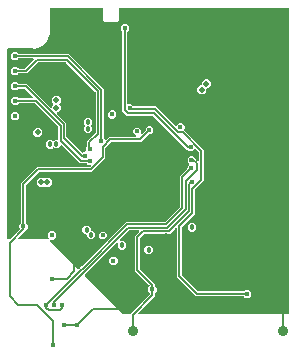
<source format=gbr>
G04 EAGLE Gerber RS-274X export*
G75*
%MOMM*%
%FSLAX34Y34*%
%LPD*%
%INCopper Layer 2*%
%IPPOS*%
%AMOC8*
5,1,8,0,0,1.08239X$1,22.5*%
G01*
%ADD10C,0.900000*%
%ADD11C,0.403200*%
%ADD12C,0.457200*%
%ADD13C,0.503200*%
%ADD14C,0.453200*%
%ADD15C,0.152400*%

G36*
X240844Y30992D02*
X240844Y30992D01*
X240864Y30990D01*
X240966Y31012D01*
X241068Y31029D01*
X241085Y31038D01*
X241105Y31042D01*
X241194Y31095D01*
X241285Y31144D01*
X241299Y31158D01*
X241316Y31168D01*
X241383Y31247D01*
X241454Y31322D01*
X241463Y31340D01*
X241476Y31355D01*
X241514Y31451D01*
X241558Y31545D01*
X241560Y31565D01*
X241568Y31583D01*
X241586Y31750D01*
X241586Y289231D01*
X241583Y289251D01*
X241585Y289270D01*
X241563Y289372D01*
X241546Y289474D01*
X241537Y289491D01*
X241533Y289511D01*
X241480Y289600D01*
X241431Y289691D01*
X241417Y289705D01*
X241407Y289722D01*
X241328Y289789D01*
X241253Y289860D01*
X241235Y289869D01*
X241220Y289882D01*
X241123Y289921D01*
X241030Y289964D01*
X241010Y289966D01*
X240992Y289974D01*
X240825Y289992D01*
X98141Y289992D01*
X98121Y289989D01*
X98101Y289991D01*
X98000Y289969D01*
X97898Y289952D01*
X97880Y289943D01*
X97861Y289939D01*
X97772Y289886D01*
X97680Y289837D01*
X97667Y289823D01*
X97650Y289813D01*
X97582Y289734D01*
X97511Y289659D01*
X97503Y289641D01*
X97490Y289626D01*
X97451Y289530D01*
X97407Y289436D01*
X97405Y289416D01*
X97398Y289398D01*
X97379Y289231D01*
X97379Y279883D01*
X96219Y278722D01*
X85037Y278722D01*
X83876Y279883D01*
X83876Y289231D01*
X83873Y289251D01*
X83875Y289270D01*
X83853Y289372D01*
X83836Y289474D01*
X83827Y289491D01*
X83823Y289511D01*
X83769Y289600D01*
X83721Y289691D01*
X83707Y289705D01*
X83696Y289722D01*
X83618Y289789D01*
X83543Y289860D01*
X83525Y289869D01*
X83510Y289882D01*
X83413Y289921D01*
X83320Y289964D01*
X83300Y289966D01*
X83281Y289974D01*
X83115Y289992D01*
X39411Y289992D01*
X39391Y289989D01*
X39371Y289991D01*
X39270Y289969D01*
X39168Y289952D01*
X39150Y289943D01*
X39131Y289939D01*
X39042Y289886D01*
X38950Y289837D01*
X38937Y289823D01*
X38920Y289813D01*
X38852Y289734D01*
X38781Y289659D01*
X38773Y289641D01*
X38760Y289626D01*
X38721Y289530D01*
X38677Y289436D01*
X38675Y289416D01*
X38668Y289398D01*
X38649Y289231D01*
X38649Y271038D01*
X38652Y271025D01*
X38650Y271003D01*
X38791Y268027D01*
X36595Y262351D01*
X32291Y258047D01*
X26614Y255851D01*
X23639Y255991D01*
X23625Y255990D01*
X23603Y255992D01*
X3411Y255992D01*
X3391Y255989D01*
X3371Y255991D01*
X3270Y255969D01*
X3168Y255952D01*
X3150Y255943D01*
X3131Y255939D01*
X3042Y255886D01*
X2950Y255837D01*
X2937Y255823D01*
X2920Y255813D01*
X2852Y255734D01*
X2781Y255659D01*
X2773Y255641D01*
X2760Y255626D01*
X2721Y255530D01*
X2677Y255436D01*
X2675Y255416D01*
X2668Y255398D01*
X2649Y255231D01*
X2649Y95250D01*
X2653Y95230D01*
X2650Y95211D01*
X2672Y95109D01*
X2689Y95007D01*
X2698Y94990D01*
X2703Y94970D01*
X2756Y94881D01*
X2804Y94790D01*
X2819Y94776D01*
X2829Y94759D01*
X2908Y94692D01*
X2983Y94621D01*
X3001Y94612D01*
X3016Y94599D01*
X3112Y94560D01*
X3206Y94517D01*
X3225Y94515D01*
X3244Y94507D01*
X3411Y94489D01*
X4667Y94489D01*
X4757Y94504D01*
X4848Y94511D01*
X4878Y94523D01*
X4910Y94529D01*
X4990Y94571D01*
X5074Y94607D01*
X5106Y94633D01*
X5127Y94644D01*
X5149Y94667D01*
X5205Y94712D01*
X13168Y102674D01*
X13179Y102690D01*
X13195Y102703D01*
X13251Y102790D01*
X13311Y102874D01*
X13317Y102893D01*
X13328Y102910D01*
X13353Y103010D01*
X13384Y103109D01*
X13383Y103129D01*
X13388Y103148D01*
X13380Y103251D01*
X13377Y103355D01*
X13370Y103374D01*
X13369Y103393D01*
X13328Y103488D01*
X13293Y103586D01*
X13280Y103601D01*
X13272Y103620D01*
X13168Y103751D01*
X12973Y103945D01*
X12973Y106875D01*
X14254Y108156D01*
X14307Y108230D01*
X14367Y108299D01*
X14379Y108329D01*
X14398Y108356D01*
X14425Y108443D01*
X14459Y108528D01*
X14463Y108568D01*
X14470Y108591D01*
X14469Y108623D01*
X14477Y108694D01*
X14477Y141812D01*
X28368Y155703D01*
X72503Y155703D01*
X72593Y155717D01*
X72684Y155725D01*
X72714Y155737D01*
X72745Y155742D01*
X72826Y155785D01*
X72910Y155821D01*
X72942Y155847D01*
X72963Y155858D01*
X72985Y155881D01*
X73041Y155926D01*
X73311Y156196D01*
X73353Y156254D01*
X73402Y156306D01*
X73424Y156353D01*
X73455Y156395D01*
X73476Y156464D01*
X73506Y156529D01*
X73512Y156581D01*
X73527Y156631D01*
X73525Y156702D01*
X73533Y156773D01*
X73522Y156824D01*
X73521Y156876D01*
X73496Y156944D01*
X73481Y157014D01*
X73454Y157059D01*
X73436Y157107D01*
X73391Y157163D01*
X73355Y157225D01*
X73315Y157259D01*
X73282Y157299D01*
X73222Y157338D01*
X73168Y157385D01*
X73119Y157404D01*
X73076Y157432D01*
X73006Y157450D01*
X72939Y157477D01*
X72868Y157485D01*
X72837Y157493D01*
X72814Y157491D01*
X72773Y157495D01*
X71283Y157495D01*
X70252Y158526D01*
X70178Y158579D01*
X70108Y158639D01*
X70078Y158651D01*
X70052Y158670D01*
X69965Y158697D01*
X69880Y158731D01*
X69839Y158735D01*
X69817Y158742D01*
X69785Y158741D01*
X69713Y158749D01*
X64436Y158749D01*
X49306Y173879D01*
X49248Y173921D01*
X49196Y173970D01*
X49149Y173992D01*
X49107Y174023D01*
X49038Y174044D01*
X48973Y174074D01*
X48921Y174080D01*
X48871Y174095D01*
X48800Y174093D01*
X48729Y174101D01*
X48678Y174090D01*
X48626Y174089D01*
X48558Y174064D01*
X48488Y174049D01*
X48443Y174022D01*
X48395Y174004D01*
X48339Y173959D01*
X48277Y173923D01*
X48243Y173883D01*
X48203Y173850D01*
X48164Y173790D01*
X48117Y173736D01*
X48098Y173687D01*
X48070Y173643D01*
X48052Y173574D01*
X48025Y173507D01*
X48017Y173436D01*
X48011Y173410D01*
X45923Y171322D01*
X42977Y171322D01*
X42258Y172041D01*
X42242Y172053D01*
X42229Y172068D01*
X42142Y172124D01*
X42058Y172185D01*
X42039Y172191D01*
X42022Y172201D01*
X41922Y172227D01*
X41823Y172257D01*
X41803Y172257D01*
X41784Y172261D01*
X41681Y172253D01*
X41577Y172251D01*
X41558Y172244D01*
X41539Y172242D01*
X41444Y172202D01*
X41346Y172166D01*
X41330Y172154D01*
X41312Y172146D01*
X41181Y172041D01*
X40335Y171195D01*
X37389Y171195D01*
X35305Y173279D01*
X35305Y176225D01*
X37389Y178309D01*
X40335Y178309D01*
X41054Y177590D01*
X41070Y177578D01*
X41083Y177563D01*
X41170Y177506D01*
X41254Y177446D01*
X41273Y177440D01*
X41290Y177430D01*
X41390Y177404D01*
X41489Y177374D01*
X41509Y177374D01*
X41528Y177370D01*
X41631Y177378D01*
X41735Y177380D01*
X41754Y177387D01*
X41774Y177389D01*
X41868Y177429D01*
X41966Y177465D01*
X41982Y177477D01*
X42000Y177485D01*
X42131Y177590D01*
X42977Y178436D01*
X45212Y178436D01*
X45232Y178439D01*
X45251Y178437D01*
X45353Y178459D01*
X45455Y178475D01*
X45472Y178485D01*
X45492Y178489D01*
X45581Y178542D01*
X45672Y178591D01*
X45686Y178605D01*
X45703Y178615D01*
X45770Y178694D01*
X45842Y178769D01*
X45850Y178787D01*
X45863Y178802D01*
X45902Y178898D01*
X45945Y178992D01*
X45947Y179012D01*
X45955Y179030D01*
X45973Y179197D01*
X45973Y189455D01*
X45959Y189545D01*
X45951Y189636D01*
X45939Y189666D01*
X45934Y189698D01*
X45891Y189779D01*
X45855Y189863D01*
X45829Y189895D01*
X45818Y189915D01*
X45795Y189938D01*
X45750Y189994D01*
X26207Y209537D01*
X26133Y209590D01*
X26063Y209650D01*
X26033Y209662D01*
X26007Y209681D01*
X25920Y209708D01*
X25835Y209742D01*
X25794Y209746D01*
X25772Y209753D01*
X25740Y209752D01*
X25668Y209760D01*
X13006Y209760D01*
X12916Y209746D01*
X12825Y209738D01*
X12795Y209726D01*
X12763Y209721D01*
X12683Y209678D01*
X12599Y209642D01*
X12567Y209616D01*
X12546Y209605D01*
X12524Y209582D01*
X12468Y209537D01*
X11187Y208256D01*
X8257Y208256D01*
X6185Y210328D01*
X6185Y213258D01*
X8257Y215330D01*
X11187Y215330D01*
X12468Y214049D01*
X12542Y213996D01*
X12611Y213936D01*
X12641Y213924D01*
X12668Y213905D01*
X12755Y213878D01*
X12839Y213844D01*
X12880Y213840D01*
X12903Y213833D01*
X12935Y213834D01*
X13006Y213826D01*
X24032Y213826D01*
X24102Y213837D01*
X24174Y213839D01*
X24223Y213857D01*
X24274Y213865D01*
X24338Y213899D01*
X24405Y213924D01*
X24446Y213956D01*
X24492Y213981D01*
X24541Y214032D01*
X24597Y214077D01*
X24625Y214121D01*
X24661Y214159D01*
X24691Y214224D01*
X24730Y214284D01*
X24743Y214335D01*
X24765Y214382D01*
X24773Y214453D01*
X24790Y214523D01*
X24786Y214575D01*
X24792Y214626D01*
X24777Y214697D01*
X24771Y214768D01*
X24751Y214816D01*
X24740Y214867D01*
X24703Y214928D01*
X24675Y214994D01*
X24630Y215050D01*
X24614Y215078D01*
X24596Y215093D01*
X24570Y215125D01*
X17813Y221883D01*
X17739Y221936D01*
X17669Y221995D01*
X17639Y222007D01*
X17613Y222026D01*
X17526Y222053D01*
X17441Y222087D01*
X17400Y222092D01*
X17378Y222098D01*
X17346Y222098D01*
X17274Y222105D01*
X12582Y222105D01*
X12492Y222091D01*
X12401Y222084D01*
X12371Y222071D01*
X12339Y222066D01*
X12259Y222023D01*
X12175Y221987D01*
X12143Y221962D01*
X12122Y221951D01*
X12100Y221927D01*
X12044Y221883D01*
X10763Y220601D01*
X7833Y220601D01*
X5761Y222673D01*
X5761Y225603D01*
X7833Y227675D01*
X10763Y227675D01*
X12044Y226394D01*
X12118Y226341D01*
X12187Y226281D01*
X12217Y226269D01*
X12244Y226250D01*
X12331Y226224D01*
X12415Y226189D01*
X12456Y226185D01*
X12479Y226178D01*
X12511Y226179D01*
X12582Y226171D01*
X19274Y226171D01*
X20687Y224757D01*
X39364Y206081D01*
X39422Y206039D01*
X39474Y205990D01*
X39521Y205968D01*
X39563Y205937D01*
X39632Y205916D01*
X39697Y205886D01*
X39749Y205880D01*
X39799Y205865D01*
X39870Y205867D01*
X39941Y205859D01*
X39992Y205870D01*
X40044Y205871D01*
X40112Y205896D01*
X40182Y205911D01*
X40226Y205938D01*
X40275Y205956D01*
X40331Y206001D01*
X40393Y206037D01*
X40427Y206077D01*
X40467Y206110D01*
X40506Y206170D01*
X40553Y206224D01*
X40572Y206273D01*
X40600Y206317D01*
X40618Y206386D01*
X40645Y206453D01*
X40653Y206524D01*
X40661Y206555D01*
X40659Y206578D01*
X40663Y206619D01*
X40663Y207309D01*
X41731Y208377D01*
X41743Y208393D01*
X41759Y208405D01*
X41815Y208493D01*
X41875Y208576D01*
X41881Y208595D01*
X41892Y208612D01*
X41917Y208713D01*
X41947Y208812D01*
X41947Y208831D01*
X41952Y208851D01*
X41944Y208954D01*
X41941Y209057D01*
X41934Y209076D01*
X41933Y209096D01*
X41892Y209191D01*
X41857Y209288D01*
X41844Y209304D01*
X41836Y209322D01*
X41731Y209453D01*
X40663Y210521D01*
X40663Y213659D01*
X42881Y215877D01*
X46019Y215877D01*
X48237Y213659D01*
X48237Y210521D01*
X47169Y209453D01*
X47157Y209437D01*
X47141Y209425D01*
X47085Y209337D01*
X47025Y209254D01*
X47019Y209235D01*
X47008Y209218D01*
X46983Y209117D01*
X46953Y209018D01*
X46953Y208999D01*
X46948Y208979D01*
X46956Y208876D01*
X46959Y208773D01*
X46966Y208754D01*
X46967Y208734D01*
X47008Y208639D01*
X47043Y208542D01*
X47056Y208526D01*
X47064Y208508D01*
X47169Y208377D01*
X48237Y207309D01*
X48237Y204171D01*
X46019Y201953D01*
X45329Y201953D01*
X45259Y201942D01*
X45187Y201940D01*
X45138Y201922D01*
X45087Y201914D01*
X45023Y201880D01*
X44956Y201855D01*
X44915Y201823D01*
X44869Y201798D01*
X44820Y201747D01*
X44764Y201702D01*
X44736Y201658D01*
X44700Y201620D01*
X44670Y201555D01*
X44631Y201495D01*
X44618Y201444D01*
X44596Y201397D01*
X44588Y201326D01*
X44571Y201256D01*
X44575Y201204D01*
X44569Y201153D01*
X44584Y201082D01*
X44590Y201011D01*
X44610Y200963D01*
X44621Y200912D01*
X44658Y200851D01*
X44686Y200785D01*
X44731Y200729D01*
X44747Y200701D01*
X44765Y200686D01*
X44791Y200654D01*
X51419Y194026D01*
X52833Y192612D01*
X52833Y181497D01*
X52847Y181407D01*
X52855Y181316D01*
X52867Y181287D01*
X52872Y181255D01*
X52915Y181174D01*
X52951Y181090D01*
X52977Y181058D01*
X52988Y181037D01*
X53011Y181015D01*
X53056Y180959D01*
X65885Y168130D01*
X65901Y168118D01*
X65914Y168103D01*
X66001Y168046D01*
X66085Y167986D01*
X66104Y167980D01*
X66121Y167970D01*
X66221Y167944D01*
X66320Y167914D01*
X66340Y167914D01*
X66359Y167909D01*
X66462Y167917D01*
X66566Y167920D01*
X66584Y167927D01*
X66604Y167929D01*
X66699Y167969D01*
X66797Y168005D01*
X66812Y168017D01*
X66831Y168025D01*
X66962Y168130D01*
X67473Y168641D01*
X68469Y168641D01*
X68489Y168644D01*
X68508Y168642D01*
X68610Y168664D01*
X68712Y168680D01*
X68729Y168690D01*
X68749Y168694D01*
X68838Y168747D01*
X68929Y168796D01*
X68943Y168810D01*
X68960Y168820D01*
X69027Y168899D01*
X69099Y168974D01*
X69107Y168992D01*
X69120Y169007D01*
X69159Y169103D01*
X69202Y169197D01*
X69204Y169217D01*
X69212Y169235D01*
X69230Y169402D01*
X69230Y172176D01*
X70134Y173080D01*
X70187Y173154D01*
X70247Y173224D01*
X70259Y173254D01*
X70278Y173280D01*
X70305Y173367D01*
X70339Y173452D01*
X70343Y173493D01*
X70350Y173515D01*
X70349Y173547D01*
X70357Y173619D01*
X70357Y177372D01*
X77500Y184515D01*
X77553Y184589D01*
X77613Y184658D01*
X77625Y184689D01*
X77644Y184715D01*
X77671Y184802D01*
X77705Y184887D01*
X77709Y184928D01*
X77716Y184950D01*
X77715Y184982D01*
X77723Y185053D01*
X77723Y218665D01*
X77709Y218755D01*
X77701Y218846D01*
X77689Y218876D01*
X77684Y218908D01*
X77641Y218989D01*
X77605Y219073D01*
X77579Y219105D01*
X77568Y219125D01*
X77545Y219148D01*
X77500Y219204D01*
X52725Y243979D01*
X52651Y244032D01*
X52582Y244091D01*
X52552Y244103D01*
X52526Y244122D01*
X52439Y244149D01*
X52354Y244183D01*
X52313Y244188D01*
X52290Y244194D01*
X52258Y244194D01*
X52187Y244202D01*
X28952Y244202D01*
X28862Y244187D01*
X28771Y244180D01*
X28741Y244167D01*
X28709Y244162D01*
X28628Y244119D01*
X28544Y244083D01*
X28512Y244058D01*
X28491Y244047D01*
X28469Y244023D01*
X28413Y243979D01*
X19397Y234963D01*
X12607Y234963D01*
X12517Y234948D01*
X12426Y234941D01*
X12397Y234928D01*
X12365Y234923D01*
X12284Y234880D01*
X12200Y234845D01*
X12168Y234819D01*
X12147Y234808D01*
X12125Y234785D01*
X12069Y234740D01*
X10788Y233459D01*
X7858Y233459D01*
X5786Y235530D01*
X5786Y238460D01*
X7858Y240532D01*
X10788Y240532D01*
X12069Y239251D01*
X12143Y239198D01*
X12213Y239139D01*
X12243Y239126D01*
X12269Y239108D01*
X12356Y239081D01*
X12441Y239047D01*
X12482Y239042D01*
X12504Y239035D01*
X12536Y239036D01*
X12607Y239028D01*
X17398Y239028D01*
X17488Y239043D01*
X17579Y239050D01*
X17609Y239063D01*
X17641Y239068D01*
X17722Y239111D01*
X17805Y239146D01*
X17838Y239172D01*
X17858Y239183D01*
X17880Y239206D01*
X17936Y239251D01*
X24971Y246285D01*
X25013Y246344D01*
X25062Y246396D01*
X25084Y246443D01*
X25114Y246485D01*
X25135Y246554D01*
X25166Y246619D01*
X25171Y246670D01*
X25187Y246720D01*
X25185Y246792D01*
X25193Y246863D01*
X25182Y246914D01*
X25180Y246966D01*
X25156Y247033D01*
X25140Y247103D01*
X25114Y247148D01*
X25096Y247197D01*
X25051Y247253D01*
X25014Y247315D01*
X24975Y247348D01*
X24942Y247389D01*
X24882Y247428D01*
X24827Y247475D01*
X24779Y247494D01*
X24735Y247522D01*
X24666Y247540D01*
X24599Y247566D01*
X24528Y247574D01*
X24497Y247582D01*
X24473Y247580D01*
X24432Y247585D01*
X12528Y247585D01*
X12438Y247570D01*
X12347Y247563D01*
X12318Y247550D01*
X12286Y247545D01*
X12205Y247502D01*
X12121Y247467D01*
X12089Y247441D01*
X12068Y247430D01*
X12046Y247407D01*
X11990Y247362D01*
X10709Y246081D01*
X7779Y246081D01*
X5707Y248153D01*
X5707Y251083D01*
X7779Y253154D01*
X10709Y253154D01*
X11990Y251873D01*
X12064Y251820D01*
X12134Y251761D01*
X12164Y251749D01*
X12190Y251730D01*
X12277Y251703D01*
X12362Y251669D01*
X12403Y251664D01*
X12425Y251657D01*
X12457Y251658D01*
X12528Y251650D01*
X54754Y251650D01*
X84583Y221822D01*
X84583Y180350D01*
X84597Y180260D01*
X84605Y180169D01*
X84617Y180139D01*
X84622Y180107D01*
X84665Y180026D01*
X84701Y179942D01*
X84727Y179910D01*
X84738Y179890D01*
X84761Y179867D01*
X84806Y179811D01*
X85329Y179288D01*
X85329Y178941D01*
X85340Y178871D01*
X85342Y178799D01*
X85360Y178750D01*
X85368Y178699D01*
X85402Y178635D01*
X85427Y178568D01*
X85459Y178527D01*
X85484Y178481D01*
X85536Y178432D01*
X85580Y178376D01*
X85624Y178348D01*
X85662Y178312D01*
X85727Y178282D01*
X85787Y178243D01*
X85838Y178230D01*
X85885Y178208D01*
X85956Y178200D01*
X86026Y178183D01*
X86078Y178187D01*
X86129Y178181D01*
X86200Y178196D01*
X86271Y178202D01*
X86319Y178222D01*
X86370Y178233D01*
X86431Y178270D01*
X86497Y178298D01*
X86553Y178343D01*
X86581Y178359D01*
X86596Y178377D01*
X86628Y178403D01*
X87914Y179689D01*
X89328Y181103D01*
X110988Y181103D01*
X111059Y181114D01*
X111131Y181116D01*
X111180Y181134D01*
X111231Y181142D01*
X111294Y181176D01*
X111362Y181201D01*
X111402Y181233D01*
X111448Y181258D01*
X111498Y181310D01*
X111554Y181354D01*
X111582Y181398D01*
X111618Y181436D01*
X111648Y181501D01*
X111687Y181561D01*
X111700Y181612D01*
X111721Y181659D01*
X111729Y181730D01*
X111747Y181800D01*
X111743Y181852D01*
X111749Y181903D01*
X111733Y181974D01*
X111728Y182045D01*
X111707Y182093D01*
X111696Y182144D01*
X111659Y182205D01*
X111631Y182271D01*
X111587Y182327D01*
X111570Y182355D01*
X111552Y182370D01*
X111527Y182402D01*
X109489Y184440D01*
X109489Y187162D01*
X111415Y189088D01*
X114137Y189088D01*
X116063Y187162D01*
X116063Y184275D01*
X116074Y184205D01*
X116076Y184133D01*
X116094Y184084D01*
X116102Y184033D01*
X116136Y183969D01*
X116161Y183902D01*
X116193Y183861D01*
X116218Y183815D01*
X116270Y183766D01*
X116314Y183710D01*
X116358Y183682D01*
X116396Y183646D01*
X116461Y183616D01*
X116521Y183577D01*
X116572Y183564D01*
X116619Y183542D01*
X116690Y183534D01*
X116760Y183517D01*
X116812Y183521D01*
X116863Y183515D01*
X116934Y183530D01*
X117005Y183536D01*
X117053Y183556D01*
X117104Y183567D01*
X117165Y183604D01*
X117231Y183632D01*
X117287Y183677D01*
X117315Y183693D01*
X117330Y183711D01*
X117362Y183737D01*
X119680Y186055D01*
X119733Y186129D01*
X119793Y186198D01*
X119805Y186229D01*
X119824Y186255D01*
X119851Y186342D01*
X119885Y186427D01*
X119889Y186468D01*
X119896Y186490D01*
X119895Y186522D01*
X119903Y186593D01*
X119903Y188051D01*
X121829Y189977D01*
X124551Y189977D01*
X126477Y188051D01*
X126477Y185329D01*
X124551Y183403D01*
X123093Y183403D01*
X123003Y183389D01*
X122912Y183381D01*
X122883Y183369D01*
X122851Y183364D01*
X122770Y183321D01*
X122686Y183285D01*
X122654Y183259D01*
X122633Y183248D01*
X122611Y183225D01*
X122555Y183180D01*
X116412Y177037D01*
X91327Y177037D01*
X91237Y177023D01*
X91146Y177015D01*
X91117Y177003D01*
X91085Y176998D01*
X91004Y176955D01*
X90920Y176919D01*
X90888Y176893D01*
X90867Y176882D01*
X90845Y176859D01*
X90789Y176814D01*
X86076Y172101D01*
X86023Y172027D01*
X85963Y171958D01*
X85951Y171927D01*
X85932Y171901D01*
X85905Y171814D01*
X85871Y171729D01*
X85867Y171688D01*
X85860Y171666D01*
X85861Y171634D01*
X85853Y171563D01*
X85853Y162988D01*
X74502Y151637D01*
X30367Y151637D01*
X30277Y151623D01*
X30186Y151615D01*
X30157Y151603D01*
X30125Y151598D01*
X30044Y151555D01*
X29960Y151519D01*
X29928Y151493D01*
X29907Y151482D01*
X29885Y151459D01*
X29829Y151414D01*
X18766Y140351D01*
X18718Y140285D01*
X18709Y140276D01*
X18707Y140270D01*
X18653Y140208D01*
X18641Y140177D01*
X18622Y140151D01*
X18595Y140064D01*
X18561Y139979D01*
X18557Y139938D01*
X18550Y139916D01*
X18551Y139884D01*
X18543Y139813D01*
X18543Y108694D01*
X18557Y108604D01*
X18565Y108513D01*
X18577Y108483D01*
X18582Y108452D01*
X18625Y108371D01*
X18661Y108287D01*
X18687Y108255D01*
X18698Y108234D01*
X18721Y108212D01*
X18766Y108156D01*
X20047Y106875D01*
X20047Y103945D01*
X18766Y102664D01*
X18713Y102590D01*
X18653Y102521D01*
X18641Y102491D01*
X18622Y102464D01*
X18595Y102377D01*
X18579Y102335D01*
X17129Y100886D01*
X12031Y95788D01*
X11989Y95730D01*
X11940Y95678D01*
X11918Y95631D01*
X11888Y95589D01*
X11867Y95520D01*
X11836Y95455D01*
X11831Y95403D01*
X11815Y95353D01*
X11817Y95282D01*
X11809Y95211D01*
X11820Y95160D01*
X11822Y95108D01*
X11846Y95040D01*
X11862Y94970D01*
X11888Y94926D01*
X11906Y94877D01*
X11951Y94821D01*
X11988Y94759D01*
X12027Y94725D01*
X12060Y94685D01*
X12120Y94646D01*
X12175Y94599D01*
X12223Y94580D01*
X12267Y94552D01*
X12336Y94534D01*
X12403Y94507D01*
X12474Y94499D01*
X12505Y94491D01*
X12529Y94493D01*
X12570Y94489D01*
X37102Y94489D01*
X37172Y94500D01*
X37244Y94502D01*
X37293Y94520D01*
X37344Y94529D01*
X37408Y94562D01*
X37475Y94587D01*
X37516Y94619D01*
X37562Y94644D01*
X37611Y94696D01*
X37667Y94740D01*
X37695Y94784D01*
X37731Y94822D01*
X37761Y94887D01*
X37800Y94947D01*
X37813Y94998D01*
X37835Y95045D01*
X37843Y95116D01*
X37860Y95186D01*
X37856Y95238D01*
X37862Y95289D01*
X37847Y95360D01*
X37841Y95431D01*
X37821Y95479D01*
X37810Y95530D01*
X37773Y95591D01*
X37745Y95657D01*
X37700Y95713D01*
X37684Y95741D01*
X37666Y95756D01*
X37640Y95788D01*
X37103Y96325D01*
X37103Y99255D01*
X39175Y101327D01*
X42105Y101327D01*
X44177Y99255D01*
X44177Y96325D01*
X42105Y94253D01*
X39858Y94253D01*
X39787Y94242D01*
X39716Y94240D01*
X39667Y94222D01*
X39615Y94214D01*
X39552Y94180D01*
X39485Y94155D01*
X39444Y94123D01*
X39398Y94098D01*
X39349Y94047D01*
X39293Y94002D01*
X39264Y93958D01*
X39228Y93920D01*
X39198Y93855D01*
X39160Y93795D01*
X39147Y93744D01*
X39125Y93697D01*
X39117Y93626D01*
X39099Y93556D01*
X39104Y93504D01*
X39098Y93453D01*
X39113Y93382D01*
X39119Y93311D01*
X39139Y93263D01*
X39150Y93212D01*
X39187Y93151D01*
X39215Y93085D01*
X39260Y93029D01*
X39276Y93001D01*
X39294Y92986D01*
X39320Y92954D01*
X62701Y69573D01*
X62717Y69561D01*
X62729Y69546D01*
X62817Y69490D01*
X62900Y69429D01*
X62919Y69423D01*
X62936Y69413D01*
X63036Y69387D01*
X63135Y69357D01*
X63155Y69357D01*
X63175Y69353D01*
X63278Y69361D01*
X63381Y69363D01*
X63400Y69370D01*
X63420Y69372D01*
X63515Y69412D01*
X63612Y69448D01*
X63628Y69460D01*
X63646Y69468D01*
X63777Y69573D01*
X64185Y69981D01*
X65642Y71438D01*
X65716Y71477D01*
X65800Y71513D01*
X65832Y71539D01*
X65853Y71550D01*
X65875Y71573D01*
X65931Y71618D01*
X103553Y109239D01*
X135640Y109239D01*
X135730Y109254D01*
X135821Y109261D01*
X135851Y109274D01*
X135883Y109279D01*
X135964Y109322D01*
X136047Y109357D01*
X136080Y109383D01*
X136100Y109394D01*
X136122Y109417D01*
X136178Y109462D01*
X148694Y121977D01*
X148747Y122051D01*
X148806Y122121D01*
X148818Y122151D01*
X148837Y122177D01*
X148864Y122264D01*
X148898Y122349D01*
X148903Y122390D01*
X148909Y122412D01*
X148909Y122444D01*
X148917Y122516D01*
X148917Y147981D01*
X155240Y154305D01*
X155293Y154379D01*
X155353Y154448D01*
X155365Y154479D01*
X155384Y154505D01*
X155411Y154592D01*
X155445Y154677D01*
X155449Y154718D01*
X155456Y154740D01*
X155455Y154772D01*
X155463Y154843D01*
X155463Y156301D01*
X156739Y157577D01*
X156750Y157593D01*
X156766Y157605D01*
X156804Y157665D01*
X156827Y157689D01*
X156841Y157720D01*
X156882Y157776D01*
X156888Y157795D01*
X156899Y157812D01*
X156916Y157880D01*
X156931Y157913D01*
X156935Y157947D01*
X156954Y158012D01*
X156954Y158031D01*
X156959Y158051D01*
X156954Y158118D01*
X156958Y158157D01*
X156950Y158195D01*
X156948Y158257D01*
X156941Y158276D01*
X156940Y158296D01*
X156915Y158353D01*
X156906Y158397D01*
X156883Y158435D01*
X156864Y158488D01*
X156851Y158504D01*
X156843Y158522D01*
X156795Y158583D01*
X156780Y158608D01*
X156763Y158622D01*
X156739Y158653D01*
X155463Y159929D01*
X155463Y162651D01*
X157389Y164577D01*
X160111Y164577D01*
X162070Y162618D01*
X162071Y162616D01*
X162076Y162584D01*
X162119Y162503D01*
X162155Y162419D01*
X162181Y162387D01*
X162192Y162366D01*
X162215Y162344D01*
X162260Y162288D01*
X162639Y161909D01*
X163780Y160768D01*
X163838Y160726D01*
X163890Y160677D01*
X163937Y160655D01*
X163979Y160625D01*
X164048Y160604D01*
X164113Y160573D01*
X164165Y160568D01*
X164215Y160552D01*
X164286Y160554D01*
X164357Y160546D01*
X164408Y160557D01*
X164460Y160559D01*
X164528Y160583D01*
X164598Y160599D01*
X164643Y160625D01*
X164691Y160643D01*
X164747Y160688D01*
X164809Y160725D01*
X164843Y160764D01*
X164883Y160797D01*
X164922Y160857D01*
X164969Y160912D01*
X164988Y160960D01*
X165016Y161004D01*
X165034Y161073D01*
X165061Y161140D01*
X165069Y161211D01*
X165077Y161242D01*
X165075Y161266D01*
X165079Y161307D01*
X165079Y167909D01*
X165065Y168000D01*
X165057Y168090D01*
X165045Y168120D01*
X165040Y168152D01*
X164997Y168233D01*
X164961Y168317D01*
X164935Y168349D01*
X164924Y168370D01*
X164901Y168392D01*
X164856Y168448D01*
X162402Y170902D01*
X162386Y170913D01*
X162374Y170929D01*
X162287Y170985D01*
X162203Y171045D01*
X162184Y171051D01*
X162167Y171062D01*
X162066Y171087D01*
X161968Y171118D01*
X161948Y171117D01*
X161928Y171122D01*
X161825Y171114D01*
X161722Y171111D01*
X161703Y171104D01*
X161683Y171103D01*
X161588Y171062D01*
X161491Y171027D01*
X161475Y171014D01*
X161457Y171006D01*
X161326Y170902D01*
X159476Y169052D01*
X156754Y169052D01*
X155723Y170083D01*
X155649Y170136D01*
X155579Y170196D01*
X155549Y170208D01*
X155523Y170227D01*
X155436Y170254D01*
X155351Y170288D01*
X155310Y170292D01*
X155288Y170299D01*
X155256Y170298D01*
X155184Y170306D01*
X154733Y170306D01*
X126192Y198847D01*
X126118Y198900D01*
X126049Y198960D01*
X126019Y198972D01*
X125992Y198991D01*
X125905Y199017D01*
X125821Y199052D01*
X125780Y199056D01*
X125757Y199063D01*
X125725Y199062D01*
X125654Y199070D01*
X104125Y199070D01*
X100345Y202850D01*
X100345Y270004D01*
X100331Y270094D01*
X100323Y270185D01*
X100311Y270214D01*
X100306Y270246D01*
X100263Y270327D01*
X100227Y270411D01*
X100201Y270443D01*
X100190Y270464D01*
X100167Y270486D01*
X100154Y270502D01*
X100148Y270512D01*
X100142Y270518D01*
X100122Y270542D01*
X99079Y271585D01*
X99079Y274515D01*
X101151Y276587D01*
X104081Y276587D01*
X106153Y274515D01*
X106153Y271585D01*
X104634Y270066D01*
X104581Y269992D01*
X104521Y269923D01*
X104509Y269892D01*
X104490Y269866D01*
X104463Y269779D01*
X104429Y269694D01*
X104425Y269653D01*
X104418Y269631D01*
X104419Y269599D01*
X104411Y269528D01*
X104411Y209788D01*
X104414Y209768D01*
X104412Y209749D01*
X104434Y209647D01*
X104450Y209545D01*
X104460Y209528D01*
X104464Y209508D01*
X104517Y209419D01*
X104566Y209328D01*
X104580Y209314D01*
X104590Y209297D01*
X104669Y209230D01*
X104744Y209158D01*
X104762Y209150D01*
X104777Y209137D01*
X104873Y209098D01*
X104967Y209055D01*
X104987Y209053D01*
X105005Y209045D01*
X105172Y209027D01*
X107787Y209027D01*
X109469Y207345D01*
X109543Y207292D01*
X109613Y207232D01*
X109643Y207220D01*
X109669Y207201D01*
X109756Y207174D01*
X109841Y207140D01*
X109882Y207136D01*
X109904Y207129D01*
X109936Y207130D01*
X110008Y207122D01*
X128493Y207122D01*
X144893Y190722D01*
X144909Y190710D01*
X144921Y190695D01*
X145009Y190639D01*
X145092Y190578D01*
X145111Y190573D01*
X145128Y190562D01*
X145229Y190536D01*
X145328Y190506D01*
X145347Y190507D01*
X145367Y190502D01*
X145470Y190510D01*
X145573Y190512D01*
X145592Y190519D01*
X145612Y190521D01*
X145707Y190561D01*
X145804Y190597D01*
X145820Y190609D01*
X145838Y190617D01*
X145969Y190722D01*
X148014Y192767D01*
X150944Y192767D01*
X153016Y190695D01*
X153016Y187765D01*
X152690Y187440D01*
X152679Y187423D01*
X152663Y187411D01*
X152607Y187324D01*
X152547Y187240D01*
X152541Y187221D01*
X152530Y187204D01*
X152505Y187104D01*
X152474Y187005D01*
X152475Y186985D01*
X152470Y186966D01*
X152478Y186863D01*
X152481Y186759D01*
X152488Y186740D01*
X152489Y186720D01*
X152530Y186625D01*
X152565Y186528D01*
X152578Y186512D01*
X152586Y186494D01*
X152690Y186363D01*
X167731Y171322D01*
X169145Y169909D01*
X169145Y143955D01*
X161864Y136674D01*
X161811Y136600D01*
X161752Y136531D01*
X161740Y136501D01*
X161721Y136475D01*
X161694Y136388D01*
X161660Y136303D01*
X161655Y136262D01*
X161648Y136239D01*
X161649Y136207D01*
X161641Y136136D01*
X161641Y116095D01*
X150731Y105184D01*
X150677Y105110D01*
X150618Y105040D01*
X150606Y105010D01*
X150587Y104984D01*
X150560Y104897D01*
X150526Y104812D01*
X150521Y104771D01*
X150515Y104749D01*
X150515Y104717D01*
X150508Y104645D01*
X150508Y64392D01*
X150522Y64301D01*
X150529Y64211D01*
X150542Y64181D01*
X150547Y64149D01*
X150590Y64068D01*
X150626Y63984D01*
X150651Y63952D01*
X150662Y63931D01*
X150686Y63909D01*
X150731Y63853D01*
X164068Y50516D01*
X164142Y50463D01*
X164211Y50403D01*
X164242Y50391D01*
X164268Y50372D01*
X164355Y50345D01*
X164440Y50311D01*
X164481Y50307D01*
X164503Y50300D01*
X164535Y50301D01*
X164606Y50293D01*
X202456Y50293D01*
X202546Y50307D01*
X202637Y50315D01*
X202666Y50327D01*
X202698Y50332D01*
X202779Y50375D01*
X202863Y50411D01*
X202895Y50437D01*
X202916Y50448D01*
X202938Y50471D01*
X202994Y50516D01*
X204275Y51797D01*
X207205Y51797D01*
X209277Y49725D01*
X209277Y46795D01*
X207205Y44723D01*
X204275Y44723D01*
X202994Y46004D01*
X202920Y46057D01*
X202851Y46117D01*
X202820Y46129D01*
X202794Y46148D01*
X202707Y46175D01*
X202622Y46209D01*
X202581Y46213D01*
X202559Y46220D01*
X202527Y46219D01*
X202456Y46227D01*
X162607Y46227D01*
X146442Y62392D01*
X146442Y103009D01*
X146431Y103080D01*
X146429Y103151D01*
X146411Y103200D01*
X146402Y103252D01*
X146369Y103315D01*
X146344Y103382D01*
X146312Y103423D01*
X146287Y103469D01*
X146235Y103518D01*
X146190Y103574D01*
X146147Y103603D01*
X146109Y103638D01*
X146044Y103669D01*
X145984Y103707D01*
X145933Y103720D01*
X145886Y103742D01*
X145815Y103750D01*
X145745Y103767D01*
X145693Y103763D01*
X145641Y103769D01*
X145571Y103754D01*
X145500Y103748D01*
X145452Y103728D01*
X145401Y103717D01*
X145339Y103680D01*
X145274Y103652D01*
X145218Y103607D01*
X145190Y103591D01*
X145175Y103573D01*
X145143Y103547D01*
X140838Y99242D01*
X118924Y99242D01*
X118834Y99227D01*
X118743Y99220D01*
X118713Y99208D01*
X118681Y99202D01*
X118601Y99160D01*
X118517Y99124D01*
X118485Y99098D01*
X118464Y99087D01*
X118442Y99064D01*
X118386Y99019D01*
X115286Y95919D01*
X115233Y95845D01*
X115173Y95776D01*
X115161Y95746D01*
X115142Y95719D01*
X115115Y95633D01*
X115081Y95548D01*
X115077Y95507D01*
X115070Y95484D01*
X115071Y95452D01*
X115063Y95381D01*
X115063Y69737D01*
X115077Y69647D01*
X115085Y69556D01*
X115097Y69527D01*
X115102Y69495D01*
X115145Y69414D01*
X115181Y69330D01*
X115207Y69298D01*
X115218Y69277D01*
X115241Y69255D01*
X115286Y69199D01*
X127763Y56722D01*
X127763Y55354D01*
X127770Y55312D01*
X127769Y55309D01*
X127773Y55294D01*
X127777Y55264D01*
X127785Y55173D01*
X127797Y55144D01*
X127802Y55112D01*
X127819Y55080D01*
X127822Y55069D01*
X127847Y55026D01*
X127881Y54947D01*
X127907Y54915D01*
X127918Y54894D01*
X127937Y54876D01*
X127948Y54858D01*
X127962Y54846D01*
X127986Y54816D01*
X129267Y53535D01*
X129267Y50605D01*
X127986Y49324D01*
X127933Y49250D01*
X127873Y49181D01*
X127861Y49150D01*
X127842Y49124D01*
X127815Y49037D01*
X127781Y48952D01*
X127777Y48911D01*
X127770Y48889D01*
X127771Y48857D01*
X127763Y48786D01*
X127763Y46148D01*
X126349Y44734D01*
X113903Y32288D01*
X113861Y32230D01*
X113812Y32178D01*
X113790Y32131D01*
X113759Y32089D01*
X113738Y32020D01*
X113708Y31955D01*
X113702Y31903D01*
X113687Y31853D01*
X113689Y31782D01*
X113681Y31711D01*
X113692Y31660D01*
X113693Y31608D01*
X113718Y31540D01*
X113733Y31470D01*
X113760Y31426D01*
X113778Y31377D01*
X113823Y31321D01*
X113860Y31259D01*
X113899Y31225D01*
X113932Y31185D01*
X113992Y31146D01*
X114046Y31099D01*
X114095Y31080D01*
X114139Y31052D01*
X114208Y31034D01*
X114275Y31007D01*
X114346Y30999D01*
X114377Y30991D01*
X114400Y30993D01*
X114441Y30989D01*
X240825Y30989D01*
X240844Y30992D01*
G37*
G36*
X106629Y31004D02*
X106629Y31004D01*
X106720Y31011D01*
X106749Y31023D01*
X106781Y31029D01*
X106862Y31071D01*
X106946Y31107D01*
X106978Y31133D01*
X106999Y31144D01*
X107021Y31167D01*
X107077Y31212D01*
X123474Y47609D01*
X123527Y47683D01*
X123587Y47752D01*
X123599Y47783D01*
X123618Y47809D01*
X123645Y47896D01*
X123679Y47981D01*
X123683Y48022D01*
X123690Y48044D01*
X123689Y48076D01*
X123697Y48147D01*
X123697Y48786D01*
X123683Y48876D01*
X123675Y48967D01*
X123663Y48996D01*
X123658Y49028D01*
X123615Y49109D01*
X123579Y49193D01*
X123553Y49225D01*
X123542Y49246D01*
X123519Y49268D01*
X123474Y49324D01*
X122193Y50605D01*
X122193Y53535D01*
X123159Y54500D01*
X123170Y54516D01*
X123186Y54529D01*
X123242Y54616D01*
X123302Y54700D01*
X123308Y54719D01*
X123319Y54736D01*
X123344Y54836D01*
X123374Y54935D01*
X123374Y54955D01*
X123379Y54974D01*
X123371Y55077D01*
X123368Y55181D01*
X123361Y55200D01*
X123360Y55219D01*
X123319Y55314D01*
X123284Y55412D01*
X123271Y55428D01*
X123263Y55446D01*
X123159Y55577D01*
X110997Y67738D01*
X110997Y97380D01*
X112411Y98794D01*
X114560Y100943D01*
X114602Y101001D01*
X114651Y101053D01*
X114673Y101100D01*
X114703Y101142D01*
X114724Y101211D01*
X114755Y101276D01*
X114760Y101328D01*
X114776Y101378D01*
X114774Y101449D01*
X114782Y101521D01*
X114771Y101571D01*
X114769Y101623D01*
X114745Y101691D01*
X114729Y101761D01*
X114703Y101806D01*
X114685Y101854D01*
X114640Y101911D01*
X114603Y101972D01*
X114564Y102006D01*
X114531Y102047D01*
X114471Y102085D01*
X114416Y102132D01*
X114368Y102151D01*
X114324Y102180D01*
X114255Y102197D01*
X114188Y102224D01*
X114117Y102232D01*
X114086Y102240D01*
X114062Y102238D01*
X114021Y102242D01*
X106572Y102242D01*
X106482Y102228D01*
X106391Y102220D01*
X106361Y102208D01*
X106329Y102203D01*
X106249Y102160D01*
X106165Y102124D01*
X106133Y102098D01*
X106112Y102087D01*
X106090Y102064D01*
X106034Y102019D01*
X98152Y94137D01*
X98110Y94079D01*
X98060Y94027D01*
X98039Y93980D01*
X98008Y93938D01*
X97987Y93869D01*
X97957Y93804D01*
X97951Y93752D01*
X97936Y93702D01*
X97938Y93631D01*
X97930Y93560D01*
X97941Y93509D01*
X97942Y93457D01*
X97967Y93389D01*
X97982Y93319D01*
X98009Y93274D01*
X98027Y93226D01*
X98071Y93170D01*
X98108Y93108D01*
X98148Y93074D01*
X98180Y93034D01*
X98241Y92995D01*
X98295Y92948D01*
X98343Y92929D01*
X98387Y92901D01*
X98457Y92883D01*
X98523Y92856D01*
X98595Y92848D01*
X98626Y92840D01*
X98649Y92842D01*
X98690Y92838D01*
X101549Y92838D01*
X103633Y90754D01*
X103633Y87808D01*
X101549Y85724D01*
X98603Y85724D01*
X96519Y87808D01*
X96519Y90667D01*
X96508Y90738D01*
X96506Y90809D01*
X96488Y90858D01*
X96480Y90910D01*
X96446Y90973D01*
X96421Y91040D01*
X96389Y91081D01*
X96364Y91127D01*
X96313Y91176D01*
X96268Y91233D01*
X96224Y91261D01*
X96186Y91297D01*
X96121Y91327D01*
X96061Y91366D01*
X96010Y91378D01*
X95963Y91400D01*
X95892Y91408D01*
X95822Y91426D01*
X95770Y91422D01*
X95719Y91427D01*
X95648Y91412D01*
X95577Y91406D01*
X95529Y91386D01*
X95478Y91375D01*
X95417Y91338D01*
X95351Y91310D01*
X95295Y91265D01*
X95267Y91249D01*
X95252Y91231D01*
X95220Y91205D01*
X68682Y64668D01*
X68671Y64652D01*
X68655Y64639D01*
X68599Y64552D01*
X68539Y64468D01*
X68533Y64449D01*
X68522Y64432D01*
X68497Y64332D01*
X68466Y64233D01*
X68467Y64213D01*
X68462Y64194D01*
X68470Y64091D01*
X68473Y63987D01*
X68480Y63968D01*
X68481Y63949D01*
X68521Y63854D01*
X68557Y63756D01*
X68570Y63740D01*
X68577Y63722D01*
X68682Y63591D01*
X101062Y31212D01*
X101136Y31159D01*
X101205Y31099D01*
X101235Y31087D01*
X101261Y31068D01*
X101348Y31041D01*
X101433Y31007D01*
X101474Y31003D01*
X101497Y30996D01*
X101529Y30997D01*
X101600Y30989D01*
X106539Y30989D01*
X106629Y31004D01*
G37*
%LPC*%
G36*
X166071Y217193D02*
X166071Y217193D01*
X163853Y219411D01*
X163853Y222549D01*
X166071Y224767D01*
X166902Y224767D01*
X166922Y224770D01*
X166941Y224768D01*
X167043Y224790D01*
X167145Y224806D01*
X167162Y224816D01*
X167182Y224820D01*
X167271Y224873D01*
X167362Y224922D01*
X167376Y224936D01*
X167393Y224946D01*
X167460Y225025D01*
X167532Y225100D01*
X167540Y225118D01*
X167553Y225133D01*
X167592Y225229D01*
X167635Y225323D01*
X167637Y225343D01*
X167645Y225361D01*
X167663Y225528D01*
X167663Y227629D01*
X169881Y229847D01*
X173019Y229847D01*
X175237Y227629D01*
X175237Y224491D01*
X173019Y222273D01*
X172188Y222273D01*
X172168Y222270D01*
X172149Y222272D01*
X172047Y222250D01*
X171945Y222234D01*
X171928Y222224D01*
X171908Y222220D01*
X171819Y222167D01*
X171728Y222118D01*
X171714Y222104D01*
X171697Y222094D01*
X171630Y222015D01*
X171558Y221940D01*
X171550Y221922D01*
X171537Y221907D01*
X171498Y221811D01*
X171455Y221717D01*
X171453Y221697D01*
X171445Y221679D01*
X171427Y221512D01*
X171427Y219411D01*
X169209Y217193D01*
X166071Y217193D01*
G37*
%LPD*%
%LPC*%
G36*
X29927Y139088D02*
X29927Y139088D01*
X27709Y141306D01*
X27709Y144444D01*
X29927Y146662D01*
X33065Y146662D01*
X33625Y146102D01*
X33641Y146090D01*
X33653Y146074D01*
X33741Y146018D01*
X33824Y145958D01*
X33843Y145952D01*
X33860Y145941D01*
X33961Y145916D01*
X34060Y145886D01*
X34079Y145886D01*
X34099Y145881D01*
X34202Y145889D01*
X34305Y145892D01*
X34324Y145899D01*
X34344Y145900D01*
X34439Y145941D01*
X34536Y145976D01*
X34552Y145989D01*
X34570Y145997D01*
X34701Y146102D01*
X35261Y146662D01*
X38399Y146662D01*
X40617Y144444D01*
X40617Y141306D01*
X38399Y139088D01*
X35261Y139088D01*
X34701Y139648D01*
X34685Y139660D01*
X34673Y139676D01*
X34596Y139725D01*
X34582Y139737D01*
X34573Y139741D01*
X34502Y139792D01*
X34483Y139798D01*
X34466Y139809D01*
X34365Y139834D01*
X34266Y139864D01*
X34247Y139864D01*
X34227Y139869D01*
X34124Y139861D01*
X34021Y139858D01*
X34002Y139851D01*
X33982Y139850D01*
X33887Y139809D01*
X33790Y139774D01*
X33774Y139761D01*
X33756Y139753D01*
X33682Y139694D01*
X33679Y139693D01*
X33676Y139689D01*
X33625Y139648D01*
X33065Y139088D01*
X29927Y139088D01*
G37*
%LPD*%
%LPC*%
G36*
X69647Y184530D02*
X69647Y184530D01*
X67563Y186614D01*
X67563Y189560D01*
X68409Y190406D01*
X68421Y190422D01*
X68436Y190435D01*
X68493Y190522D01*
X68553Y190606D01*
X68559Y190625D01*
X68569Y190642D01*
X68595Y190742D01*
X68625Y190841D01*
X68625Y190861D01*
X68629Y190880D01*
X68621Y190983D01*
X68619Y191087D01*
X68612Y191106D01*
X68610Y191126D01*
X68570Y191220D01*
X68534Y191318D01*
X68522Y191334D01*
X68514Y191352D01*
X68409Y191483D01*
X67563Y192329D01*
X67563Y195275D01*
X69647Y197359D01*
X72593Y197359D01*
X74677Y195275D01*
X74677Y192329D01*
X73831Y191483D01*
X73819Y191467D01*
X73804Y191454D01*
X73748Y191367D01*
X73687Y191283D01*
X73681Y191264D01*
X73671Y191247D01*
X73645Y191147D01*
X73615Y191048D01*
X73615Y191028D01*
X73611Y191009D01*
X73619Y190906D01*
X73621Y190802D01*
X73628Y190783D01*
X73630Y190764D01*
X73670Y190669D01*
X73706Y190571D01*
X73718Y190555D01*
X73726Y190537D01*
X73831Y190406D01*
X74677Y189560D01*
X74677Y186614D01*
X72593Y184530D01*
X69647Y184530D01*
G37*
%LPD*%
%LPC*%
G36*
X72187Y94741D02*
X72187Y94741D01*
X70103Y96825D01*
X70103Y97917D01*
X70100Y97937D01*
X70102Y97956D01*
X70080Y98058D01*
X70064Y98160D01*
X70054Y98177D01*
X70050Y98197D01*
X69997Y98286D01*
X69948Y98377D01*
X69934Y98391D01*
X69924Y98408D01*
X69845Y98475D01*
X69770Y98547D01*
X69752Y98555D01*
X69737Y98568D01*
X69641Y98607D01*
X69547Y98650D01*
X69527Y98652D01*
X69509Y98660D01*
X69342Y98678D01*
X68504Y98678D01*
X66420Y100762D01*
X66420Y103708D01*
X68504Y105792D01*
X71450Y105792D01*
X73534Y103708D01*
X73534Y102616D01*
X73537Y102596D01*
X73535Y102577D01*
X73557Y102475D01*
X73573Y102373D01*
X73583Y102356D01*
X73587Y102336D01*
X73640Y102247D01*
X73689Y102156D01*
X73703Y102142D01*
X73713Y102125D01*
X73792Y102058D01*
X73867Y101986D01*
X73885Y101978D01*
X73900Y101965D01*
X73996Y101926D01*
X74090Y101883D01*
X74110Y101881D01*
X74128Y101873D01*
X74295Y101855D01*
X75133Y101855D01*
X77217Y99771D01*
X77217Y96825D01*
X75133Y94741D01*
X72187Y94741D01*
G37*
%LPD*%
%LPC*%
G36*
X27133Y181125D02*
X27133Y181125D01*
X24915Y183343D01*
X24915Y186481D01*
X27133Y188699D01*
X30271Y188699D01*
X32489Y186481D01*
X32489Y183343D01*
X30271Y181125D01*
X27133Y181125D01*
G37*
%LPD*%
%LPC*%
G36*
X157752Y100970D02*
X157752Y100970D01*
X155668Y103054D01*
X155668Y106000D01*
X157752Y108084D01*
X160698Y108084D01*
X162782Y106000D01*
X162782Y103054D01*
X160698Y100970D01*
X157752Y100970D01*
G37*
%LPD*%
%LPC*%
G36*
X121091Y82051D02*
X121091Y82051D01*
X119008Y84134D01*
X119008Y87081D01*
X121091Y89164D01*
X124038Y89164D01*
X126121Y87081D01*
X126121Y84134D01*
X124038Y82051D01*
X121091Y82051D01*
G37*
%LPD*%
%LPC*%
G36*
X90229Y196615D02*
X90229Y196615D01*
X88157Y198687D01*
X88157Y201617D01*
X90229Y203689D01*
X93159Y203689D01*
X95231Y201617D01*
X95231Y198687D01*
X93159Y196615D01*
X90229Y196615D01*
G37*
%LPD*%
%LPC*%
G36*
X7803Y195156D02*
X7803Y195156D01*
X5731Y197228D01*
X5731Y200158D01*
X7803Y202230D01*
X10733Y202230D01*
X12805Y200158D01*
X12805Y197228D01*
X10733Y195156D01*
X7803Y195156D01*
G37*
%LPD*%
%LPC*%
G36*
X91245Y72663D02*
X91245Y72663D01*
X89173Y74735D01*
X89173Y77665D01*
X91245Y79737D01*
X94175Y79737D01*
X96247Y77665D01*
X96247Y74735D01*
X94175Y72663D01*
X91245Y72663D01*
G37*
%LPD*%
%LPC*%
G36*
X82332Y94376D02*
X82332Y94376D01*
X80406Y96302D01*
X80406Y99024D01*
X82332Y100950D01*
X85054Y100950D01*
X86980Y99024D01*
X86980Y96302D01*
X85054Y94376D01*
X82332Y94376D01*
G37*
%LPD*%
D10*
X109220Y16510D03*
X236220Y16510D03*
D11*
X83693Y97663D03*
D12*
X122564Y85607D03*
X159225Y104527D03*
D13*
X31496Y142875D03*
X36830Y142875D03*
D12*
X71120Y193802D03*
X69977Y102235D03*
X73660Y98298D03*
X100076Y89281D03*
X71120Y188087D03*
D14*
X149479Y189230D03*
X91694Y200152D03*
D12*
X128651Y156845D03*
X115316Y143510D03*
X101981Y156845D03*
X115316Y156845D03*
X128651Y143510D03*
X128651Y130175D03*
X115316Y130175D03*
X101981Y130175D03*
X101981Y143510D03*
D11*
X173609Y176149D03*
D12*
X69088Y182245D03*
X153844Y82225D03*
X113284Y210820D03*
X101981Y167259D03*
X114935Y167386D03*
X128651Y167259D03*
X101854Y119634D03*
X115316Y119634D03*
X128905Y119634D03*
X91440Y167259D03*
X91567Y156972D03*
X91440Y143637D03*
X91440Y130302D03*
X91440Y119634D03*
X139192Y119634D03*
X139192Y130302D03*
X139065Y143510D03*
X139065Y156845D03*
X139192Y167259D03*
D13*
X238895Y97299D03*
D14*
X50546Y22225D03*
X62103Y22225D03*
X40640Y60960D03*
X19050Y186690D03*
X238379Y280543D03*
X238760Y194310D03*
X238760Y187960D03*
X238760Y181610D03*
X238760Y175260D03*
X238760Y168910D03*
X238760Y162560D03*
X238760Y156210D03*
X238760Y149860D03*
X238760Y143510D03*
X238760Y80010D03*
X238760Y73660D03*
X232410Y73660D03*
X226060Y73660D03*
X219710Y73660D03*
X213360Y73660D03*
X207010Y73660D03*
X200660Y73660D03*
X238760Y201930D03*
X238506Y287020D03*
X238379Y274447D03*
X238252Y267970D03*
X238252Y261620D03*
X238506Y255270D03*
X238379Y248920D03*
X232410Y287020D03*
X226060Y287020D03*
X219710Y287020D03*
X181610Y73660D03*
X175260Y73660D03*
X175260Y80010D03*
X168910Y80010D03*
X168923Y85204D03*
X187960Y73660D03*
X194310Y73660D03*
X232410Y248920D03*
X213360Y287020D03*
X207010Y287020D03*
X200660Y287020D03*
X194310Y287020D03*
X187960Y287020D03*
X181610Y287020D03*
X175260Y287020D03*
X168910Y287020D03*
X162560Y287020D03*
X156210Y287020D03*
X149860Y287020D03*
X143510Y287020D03*
X137160Y287020D03*
X130810Y287020D03*
X124460Y287020D03*
X118110Y287020D03*
X111760Y287020D03*
X105410Y287020D03*
X74930Y287020D03*
X67310Y287020D03*
X59690Y287020D03*
X52070Y287020D03*
X44450Y287020D03*
X44450Y279400D03*
X44450Y271780D03*
X43180Y264160D03*
X39370Y257810D03*
X101600Y35560D03*
X97790Y40640D03*
X92710Y45720D03*
X87630Y50800D03*
X82550Y55880D03*
X59690Y78740D03*
X54610Y83820D03*
X49530Y88900D03*
X6350Y99060D03*
X21590Y99060D03*
X29210Y99060D03*
X6350Y106680D03*
X6350Y114300D03*
X6350Y121920D03*
X6350Y129540D03*
X6350Y137160D03*
X6350Y144780D03*
X6350Y152400D03*
X6350Y160020D03*
X6350Y168910D03*
D15*
X59690Y78740D02*
X59690Y67310D01*
X53340Y60960D01*
X40640Y60960D01*
X75438Y35560D02*
X62103Y22225D01*
X75438Y35560D02*
X101600Y35560D01*
X62103Y22225D02*
X50546Y22225D01*
D14*
X227330Y34290D03*
X218440Y34290D03*
X209550Y34290D03*
X199390Y34290D03*
X189230Y34290D03*
X179070Y34290D03*
X168910Y34290D03*
X158750Y34290D03*
X148590Y34290D03*
X138430Y34290D03*
X130810Y34290D03*
X77089Y61341D03*
X232410Y280670D03*
X232410Y274320D03*
X232410Y267970D03*
X232410Y261620D03*
X232410Y255270D03*
X238760Y58420D03*
X238760Y52070D03*
X232410Y58420D03*
X232410Y52070D03*
X226060Y58420D03*
X226060Y52070D03*
X238760Y43180D03*
X238760Y34290D03*
X175260Y67310D03*
X181610Y67310D03*
X187960Y67310D03*
X194310Y67310D03*
X200660Y67310D03*
X168910Y73660D03*
X226060Y66040D03*
X232410Y66040D03*
X238760Y66040D03*
X207010Y67310D03*
X132080Y49530D03*
X16510Y243840D03*
X16510Y229870D03*
X16510Y217170D03*
X16510Y204470D03*
X16510Y193040D03*
D15*
X236220Y31750D02*
X236220Y16510D01*
X236220Y31750D02*
X238760Y34290D01*
D14*
X114300Y59690D03*
X102870Y59690D03*
X74930Y209550D03*
X87630Y209550D03*
D12*
X154559Y67818D03*
D14*
X121920Y34290D03*
X232410Y143510D03*
X232410Y149860D03*
X232410Y156210D03*
X232410Y162560D03*
X232410Y168910D03*
X232410Y175260D03*
X80010Y107950D03*
X90170Y99060D03*
X105410Y97790D03*
X181610Y60960D03*
X181610Y54610D03*
X187960Y60960D03*
X194310Y60960D03*
X200660Y60960D03*
X187960Y54610D03*
X194310Y54610D03*
X200660Y54610D03*
X207010Y54610D03*
X238760Y209550D03*
X238760Y217170D03*
X238760Y224790D03*
X238760Y232410D03*
X238760Y240030D03*
X232410Y241300D03*
X232410Y233680D03*
X232410Y226060D03*
X232410Y218440D03*
X232410Y210820D03*
X232410Y203200D03*
X232410Y195580D03*
X232410Y187960D03*
X232410Y180340D03*
X238760Y87630D03*
X238760Y135890D03*
X238710Y125666D03*
X232811Y135833D03*
X233061Y125716D03*
X238710Y111592D03*
X238760Y106762D03*
X232861Y130924D03*
X238760Y130974D03*
X181610Y80010D03*
X187960Y80010D03*
X194310Y80010D03*
X200660Y80010D03*
X207010Y80010D03*
X213360Y80010D03*
X219710Y80010D03*
X226060Y80010D03*
X232410Y80010D03*
X175260Y85090D03*
X181610Y85090D03*
X187960Y85090D03*
X194310Y85090D03*
X200660Y85090D03*
X207010Y85090D03*
X213360Y85090D03*
X219710Y85090D03*
X226060Y85090D03*
X232410Y85090D03*
X226060Y280670D03*
X226060Y274320D03*
X226060Y267970D03*
X226060Y261620D03*
X226060Y255270D03*
X226060Y248920D03*
X226060Y241300D03*
X226060Y233680D03*
X226060Y226060D03*
X226060Y218440D03*
X226060Y210820D03*
X226060Y203200D03*
X226060Y195580D03*
X226060Y187960D03*
X226060Y180340D03*
X226060Y175260D03*
X226060Y168910D03*
X226060Y162560D03*
X226060Y156210D03*
X226060Y149860D03*
X226060Y143510D03*
X226060Y135890D03*
X188248Y92089D03*
X194310Y91440D03*
X200660Y91440D03*
X207010Y91440D03*
X207010Y97790D03*
X207010Y104140D03*
X207010Y110490D03*
X204470Y118110D03*
X215900Y118110D03*
X213360Y110490D03*
X213360Y104140D03*
X213360Y97790D03*
X213360Y91440D03*
X219710Y91440D03*
X219710Y97790D03*
X219710Y104140D03*
X219710Y110490D03*
X226060Y110490D03*
X232410Y110490D03*
X219710Y135890D03*
X213360Y135890D03*
X207010Y135890D03*
X200660Y135890D03*
X194310Y135890D03*
X187960Y135890D03*
X187960Y142240D03*
X181610Y142240D03*
X173990Y142240D03*
X173990Y148590D03*
X173990Y154940D03*
X173990Y161290D03*
X174115Y167056D03*
X226060Y91440D03*
X226060Y97790D03*
X226060Y104140D03*
X231521Y91457D03*
X231541Y97755D03*
X231505Y104157D03*
X188146Y125949D03*
X188191Y110207D03*
X188248Y99049D03*
X194310Y142240D03*
X200660Y142240D03*
X207010Y142240D03*
X213360Y142240D03*
X219710Y142240D03*
X208280Y187960D03*
X193040Y160020D03*
X212090Y156210D03*
X214630Y176530D03*
X201930Y168910D03*
X204470Y208280D03*
X213360Y224790D03*
X214630Y203200D03*
X199390Y193040D03*
X196850Y177800D03*
X181610Y153670D03*
X201930Y151130D03*
X215900Y166370D03*
X189230Y213360D03*
X213360Y213360D03*
X111760Y226060D03*
X149860Y224790D03*
X85090Y255270D03*
X57150Y257810D03*
X201930Y219710D03*
X217170Y189230D03*
X207010Y161290D03*
X190500Y149860D03*
X185420Y167640D03*
X215900Y233680D03*
X210047Y118110D03*
X163216Y85246D03*
X163307Y80017D03*
X163210Y73654D03*
X183785Y95752D03*
X184185Y104108D03*
X184202Y130646D03*
X161408Y92037D03*
X161180Y98218D03*
D12*
X137050Y96944D03*
X117358Y73399D03*
X135170Y62872D03*
X142721Y47551D03*
X123232Y66995D03*
D14*
X96520Y64770D03*
X153670Y49530D03*
X163830Y60960D03*
D12*
X144822Y58105D03*
X44450Y174879D03*
X38862Y174752D03*
D13*
X28702Y184912D03*
X44450Y212090D03*
D14*
X92710Y76200D03*
X40640Y97790D03*
D15*
X92527Y76383D02*
X92710Y76200D01*
D13*
X44450Y205740D03*
D14*
X9268Y198693D03*
D11*
X72517Y170815D03*
D14*
X9323Y236995D03*
D15*
X72390Y176530D02*
X79756Y183896D01*
X72390Y176530D02*
X72390Y170942D01*
X72517Y170815D01*
X53344Y246234D02*
X27794Y246234D01*
X53344Y246234D02*
X79756Y219823D01*
X79756Y183896D01*
X18555Y236995D02*
X9323Y236995D01*
X18555Y236995D02*
X27794Y246234D01*
D11*
X82042Y177927D03*
D14*
X9244Y249618D03*
D15*
X53912Y249618D01*
X82550Y220980D01*
X82550Y178435D01*
X82042Y177927D01*
D11*
X158884Y142908D03*
D15*
X156815Y140839D01*
X156815Y118094D01*
X109220Y30480D02*
X109220Y16510D01*
X109220Y30480D02*
X125730Y46990D01*
X125730Y52070D01*
D14*
X125730Y52070D03*
D15*
X117767Y101275D02*
X139996Y101275D01*
X117767Y101275D02*
X113030Y96538D01*
X113030Y68580D01*
X125730Y55880D01*
X125730Y52070D01*
X139996Y101275D02*
X156815Y118094D01*
D14*
X35560Y38481D03*
D11*
X158750Y154940D03*
D15*
X66441Y69362D02*
X35560Y38481D01*
X66441Y69362D02*
X66550Y69362D01*
X104395Y107206D01*
X136797Y107206D02*
X150949Y121358D01*
X150949Y147139D01*
X158750Y154940D01*
X136797Y107206D02*
X104395Y107206D01*
D14*
X49403Y38481D03*
D15*
X35560Y38481D02*
X35560Y36467D01*
X37856Y34171D01*
X47175Y34171D01*
X49403Y36399D02*
X49403Y38481D01*
X49403Y36399D02*
X47175Y34171D01*
D14*
X42037Y38735D03*
D11*
X158750Y161290D03*
D15*
X42037Y41007D02*
X42037Y38735D01*
X67598Y66568D02*
X67708Y66568D01*
X105415Y104275D01*
X137817Y104275D01*
X163048Y153160D02*
X163048Y158625D01*
X153922Y120379D02*
X137817Y104275D01*
X163048Y158625D02*
X160383Y161290D01*
X158750Y161290D01*
X153922Y144033D02*
X153922Y120379D01*
X153922Y144033D02*
X163048Y153160D01*
X67598Y66568D02*
X42037Y41007D01*
D14*
X16510Y105410D03*
X41910Y5080D03*
D15*
X41897Y5093D01*
X12086Y39025D02*
X5080Y46031D01*
X12086Y39025D02*
X27756Y39025D01*
X41897Y24884D02*
X41897Y5093D01*
X41897Y24884D02*
X27756Y39025D01*
X5080Y91712D02*
X16510Y103142D01*
X16510Y105410D01*
X5080Y91712D02*
X5080Y46031D01*
X16510Y105410D02*
X16510Y140970D01*
X29210Y153670D02*
X73660Y153670D01*
X83820Y163830D01*
X83820Y172720D01*
X90170Y179070D01*
X115570Y179070D02*
X123190Y186690D01*
X29210Y153670D02*
X16510Y140970D01*
X90170Y179070D02*
X115570Y179070D01*
D11*
X123190Y186690D03*
X112776Y185801D03*
X68834Y165354D03*
D14*
X9298Y224138D03*
D15*
X50800Y191770D02*
X50800Y180340D01*
X65786Y165354D01*
X68834Y165354D01*
X50800Y191770D02*
X18432Y224138D01*
X9298Y224138D01*
D11*
X72644Y160782D03*
D14*
X9722Y211793D03*
D15*
X26826Y211793D01*
X65278Y160782D02*
X72644Y160782D01*
X48006Y190613D02*
X26826Y211793D01*
X48006Y190613D02*
X48006Y178054D01*
X65278Y160782D01*
D11*
X158115Y172339D03*
D14*
X102616Y273050D03*
D15*
X102378Y272812D01*
X102378Y203692D01*
X155575Y172339D02*
X158115Y172339D01*
X155575Y172339D02*
X126811Y201103D01*
X104967Y201103D02*
X102378Y203692D01*
X104967Y201103D02*
X126811Y201103D01*
D11*
X106426Y205740D03*
D15*
X106426Y205089D01*
D14*
X205740Y48260D03*
D15*
X163449Y48260D01*
X127651Y205089D02*
X106426Y205089D01*
X145181Y187450D02*
X147699Y184932D01*
X151247Y184932D01*
X167112Y169067D01*
X145181Y187559D02*
X127651Y205089D01*
X145181Y187559D02*
X145181Y187450D01*
X148475Y63234D02*
X163449Y48260D01*
X148475Y63234D02*
X148475Y105803D01*
X159609Y116937D01*
X159609Y137293D01*
X167112Y144797D02*
X167112Y169067D01*
X167112Y144797D02*
X159609Y137293D01*
D13*
X167640Y220980D03*
X171450Y226060D03*
M02*

</source>
